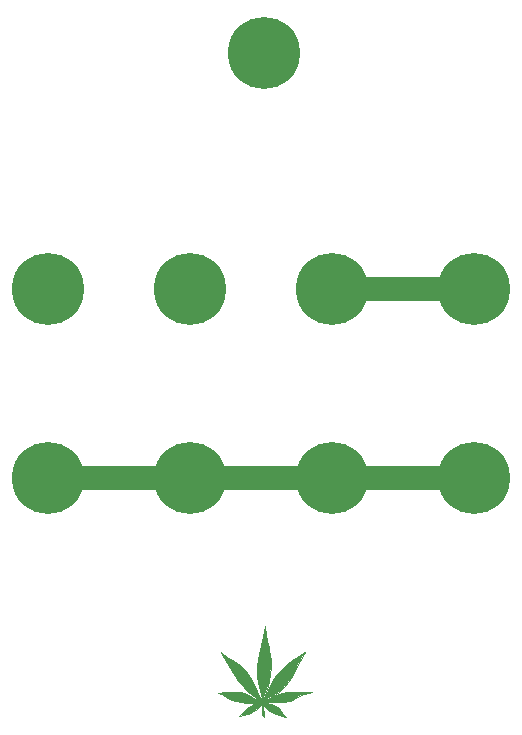
<source format=gbr>
G04 #@! TF.GenerationSoftware,KiCad,Pcbnew,(5.1.5-0)*
G04 #@! TF.CreationDate,2021-01-12T22:42:07-08:00*
G04 #@! TF.ProjectId,kareishuuvco,6b617265-6973-4687-9575-76636f2e6b69,rev?*
G04 #@! TF.SameCoordinates,Original*
G04 #@! TF.FileFunction,Copper,L1,Top*
G04 #@! TF.FilePolarity,Positive*
%FSLAX46Y46*%
G04 Gerber Fmt 4.6, Leading zero omitted, Abs format (unit mm)*
G04 Created by KiCad (PCBNEW (5.1.5-0)) date 2021-01-12 22:42:07*
%MOMM*%
%LPD*%
G04 APERTURE LIST*
%ADD10C,2.000000*%
%ADD11C,0.100000*%
%ADD12C,6.100000*%
G04 APERTURE END LIST*
D10*
X31000000Y-88750000D02*
X42750000Y-88750000D01*
X7000000Y-104750000D02*
X42750000Y-104750000D01*
D11*
G36*
X21796400Y-119624900D02*
G01*
X22113900Y-119866200D01*
X22679050Y-120183700D01*
X23275950Y-120615500D01*
X23650600Y-120996500D01*
X24050650Y-121561650D01*
X24647550Y-122742750D01*
X24946000Y-123307900D01*
X24958700Y-123320600D01*
X24628500Y-123346000D01*
X24526900Y-123295200D01*
X24171300Y-123047550D01*
X23764900Y-122679250D01*
X23434700Y-122330000D01*
X23079100Y-121898200D01*
X22799700Y-121479100D01*
X22609200Y-121225100D01*
X22355200Y-120767900D01*
X22101200Y-120399600D01*
X21859900Y-119980500D01*
X21580500Y-119421700D01*
X21796400Y-119624900D01*
G37*
X21796400Y-119624900D02*
X22113900Y-119866200D01*
X22679050Y-120183700D01*
X23275950Y-120615500D01*
X23650600Y-120996500D01*
X24050650Y-121561650D01*
X24647550Y-122742750D01*
X24946000Y-123307900D01*
X24958700Y-123320600D01*
X24628500Y-123346000D01*
X24526900Y-123295200D01*
X24171300Y-123047550D01*
X23764900Y-122679250D01*
X23434700Y-122330000D01*
X23079100Y-121898200D01*
X22799700Y-121479100D01*
X22609200Y-121225100D01*
X22355200Y-120767900D01*
X22101200Y-120399600D01*
X21859900Y-119980500D01*
X21580500Y-119421700D01*
X21796400Y-119624900D01*
G36*
X23202925Y-122803075D02*
G01*
X23539475Y-122898325D01*
X23803000Y-122990400D01*
X24501500Y-123396800D01*
X24531980Y-123424740D01*
X24539600Y-123409500D01*
X24539600Y-123422200D01*
X24531980Y-123424740D01*
X24450700Y-123587300D01*
X24844400Y-123727000D01*
X24634850Y-123752400D01*
X24241150Y-123777800D01*
X23764900Y-123777800D01*
X23320400Y-123714300D01*
X22837800Y-123600000D01*
X22444100Y-123485700D01*
X22037700Y-123257100D01*
X21720200Y-123028500D01*
X21313800Y-122901500D01*
X21961500Y-122850700D01*
X22494900Y-122812600D01*
X22958450Y-122806250D01*
X23202925Y-122803075D01*
G37*
X23202925Y-122803075D02*
X23539475Y-122898325D01*
X23803000Y-122990400D01*
X24501500Y-123396800D01*
X24531980Y-123424740D01*
X24539600Y-123409500D01*
X24539600Y-123422200D01*
X24531980Y-123424740D01*
X24450700Y-123587300D01*
X24844400Y-123727000D01*
X24634850Y-123752400D01*
X24241150Y-123777800D01*
X23764900Y-123777800D01*
X23320400Y-123714300D01*
X22837800Y-123600000D01*
X22444100Y-123485700D01*
X22037700Y-123257100D01*
X21720200Y-123028500D01*
X21313800Y-122901500D01*
X21961500Y-122850700D01*
X22494900Y-122812600D01*
X22958450Y-122806250D01*
X23202925Y-122803075D01*
G36*
X25066650Y-123866700D02*
G01*
X24698350Y-124298500D01*
X24260200Y-124571550D01*
X23879200Y-124711250D01*
X23129900Y-124876350D01*
X23612500Y-124349300D01*
X24006200Y-124082600D01*
X24374500Y-123879400D01*
X24844400Y-123803200D01*
X24869800Y-123803200D01*
X25066650Y-123866700D01*
G37*
X25066650Y-123866700D02*
X24698350Y-124298500D01*
X24260200Y-124571550D01*
X23879200Y-124711250D01*
X23129900Y-124876350D01*
X23612500Y-124349300D01*
X24006200Y-124082600D01*
X24374500Y-123879400D01*
X24844400Y-123803200D01*
X24869800Y-123803200D01*
X25066650Y-123866700D01*
G36*
X25200000Y-123384100D02*
G01*
X24988862Y-123577775D01*
X25207937Y-123673025D01*
X25958825Y-124215950D01*
X25777850Y-124311200D01*
X25200000Y-123854000D01*
X25212700Y-124946200D01*
X25098400Y-124806500D01*
X25092050Y-123917500D01*
X25136500Y-123917500D01*
X24755500Y-123701600D01*
X24469750Y-123549200D01*
X24634850Y-123269800D01*
X25200000Y-123384100D01*
G37*
X25200000Y-123384100D02*
X24988862Y-123577775D01*
X25207937Y-123673025D01*
X25958825Y-124215950D01*
X25777850Y-124311200D01*
X25200000Y-123854000D01*
X25212700Y-124946200D01*
X25098400Y-124806500D01*
X25092050Y-123917500D01*
X25136500Y-123917500D01*
X24755500Y-123701600D01*
X24469750Y-123549200D01*
X24634850Y-123269800D01*
X25200000Y-123384100D01*
G36*
X25841350Y-123841300D02*
G01*
X26393800Y-124120700D01*
X26720825Y-124447725D01*
X26855763Y-124677913D01*
X27087538Y-124947788D01*
X26781150Y-124863650D01*
X26527150Y-124787450D01*
X26349350Y-124723950D01*
X25974700Y-124590600D01*
X25615925Y-124396925D01*
X25355575Y-124111175D01*
X25231750Y-123949250D01*
X25295250Y-123987350D01*
X25269850Y-123923850D01*
X25333350Y-123752400D01*
X25841350Y-123841300D01*
G37*
X25841350Y-123841300D02*
X26393800Y-124120700D01*
X26720825Y-124447725D01*
X26855763Y-124677913D01*
X27087538Y-124947788D01*
X26781150Y-124863650D01*
X26527150Y-124787450D01*
X26349350Y-124723950D01*
X25974700Y-124590600D01*
X25615925Y-124396925D01*
X25355575Y-124111175D01*
X25231750Y-123949250D01*
X25295250Y-123987350D01*
X25269850Y-123923850D01*
X25333350Y-123752400D01*
X25841350Y-123841300D01*
G36*
X28273400Y-122838000D02*
G01*
X28705200Y-122863400D01*
X29283207Y-122873943D01*
X28603600Y-123028500D01*
X28171800Y-123219000D01*
X27828900Y-123434900D01*
X27409800Y-123600000D01*
X26876400Y-123688900D01*
X26431900Y-123714300D01*
X25854050Y-123695250D01*
X25276200Y-123676200D01*
X25212700Y-123600000D01*
X25428600Y-123536500D01*
X25435585Y-123485700D01*
X25751815Y-123358700D01*
X26285850Y-123130100D01*
X26838300Y-122926900D01*
X27232000Y-122812600D01*
X27676500Y-122812600D01*
X28273400Y-122838000D01*
G37*
X28273400Y-122838000D02*
X28705200Y-122863400D01*
X29283207Y-122873943D01*
X28603600Y-123028500D01*
X28171800Y-123219000D01*
X27828900Y-123434900D01*
X27409800Y-123600000D01*
X26876400Y-123688900D01*
X26431900Y-123714300D01*
X25854050Y-123695250D01*
X25276200Y-123676200D01*
X25212700Y-123600000D01*
X25428600Y-123536500D01*
X25435585Y-123485700D01*
X25751815Y-123358700D01*
X26285850Y-123130100D01*
X26838300Y-122926900D01*
X27232000Y-122812600D01*
X27676500Y-122812600D01*
X28273400Y-122838000D01*
G36*
X28260700Y-120183700D02*
G01*
X28019400Y-120679000D01*
X27816200Y-121136200D01*
X27555850Y-121656900D01*
X27282800Y-122012500D01*
X26971650Y-122425250D01*
X26501750Y-122818950D01*
X26000100Y-123155500D01*
X24895200Y-123752400D01*
X24920600Y-123422200D01*
X25225400Y-123371400D01*
X25473050Y-122933250D01*
X25688950Y-122469700D01*
X25854050Y-122139500D01*
X26038200Y-121847400D01*
X26203300Y-121529900D01*
X26482700Y-121174300D01*
X26762100Y-120856800D01*
X27092300Y-120564700D01*
X27435200Y-120336100D01*
X27816200Y-120082100D01*
X28209900Y-119815400D01*
X28743300Y-119421700D01*
X28260700Y-120183700D01*
G37*
X28260700Y-120183700D02*
X28019400Y-120679000D01*
X27816200Y-121136200D01*
X27555850Y-121656900D01*
X27282800Y-122012500D01*
X26971650Y-122425250D01*
X26501750Y-122818950D01*
X26000100Y-123155500D01*
X24895200Y-123752400D01*
X24920600Y-123422200D01*
X25225400Y-123371400D01*
X25473050Y-122933250D01*
X25688950Y-122469700D01*
X25854050Y-122139500D01*
X26038200Y-121847400D01*
X26203300Y-121529900D01*
X26482700Y-121174300D01*
X26762100Y-120856800D01*
X27092300Y-120564700D01*
X27435200Y-120336100D01*
X27816200Y-120082100D01*
X28209900Y-119815400D01*
X28743300Y-119421700D01*
X28260700Y-120183700D01*
G36*
X25415900Y-118050100D02*
G01*
X25517500Y-118532700D01*
X25631800Y-118989900D01*
X25714350Y-119320100D01*
X25777850Y-119701100D01*
X25822300Y-120221800D01*
X25822300Y-120755200D01*
X25771500Y-121339400D01*
X25708000Y-121860100D01*
X25565125Y-122355400D01*
X25266675Y-123371400D01*
X25053950Y-123320600D01*
X24819000Y-122406200D01*
X24645962Y-121542600D01*
X24661837Y-120755200D01*
X24714225Y-120094800D01*
X24876150Y-119320100D01*
X25111100Y-118507300D01*
X25238100Y-117732600D01*
X25301600Y-117211900D01*
X25415900Y-118050100D01*
G37*
X25415900Y-118050100D02*
X25517500Y-118532700D01*
X25631800Y-118989900D01*
X25714350Y-119320100D01*
X25777850Y-119701100D01*
X25822300Y-120221800D01*
X25822300Y-120755200D01*
X25771500Y-121339400D01*
X25708000Y-121860100D01*
X25565125Y-122355400D01*
X25266675Y-123371400D01*
X25053950Y-123320600D01*
X24819000Y-122406200D01*
X24645962Y-121542600D01*
X24661837Y-120755200D01*
X24714225Y-120094800D01*
X24876150Y-119320100D01*
X25111100Y-118507300D01*
X25238100Y-117732600D01*
X25301600Y-117211900D01*
X25415900Y-118050100D01*
D12*
X25250000Y-68750000D03*
X43000000Y-104750000D03*
X31000000Y-104750000D03*
X19000000Y-104750000D03*
X7000000Y-104750000D03*
X7000000Y-88750000D03*
X19000000Y-88750000D03*
X43000000Y-88750000D03*
X31000000Y-88750000D03*
M02*

</source>
